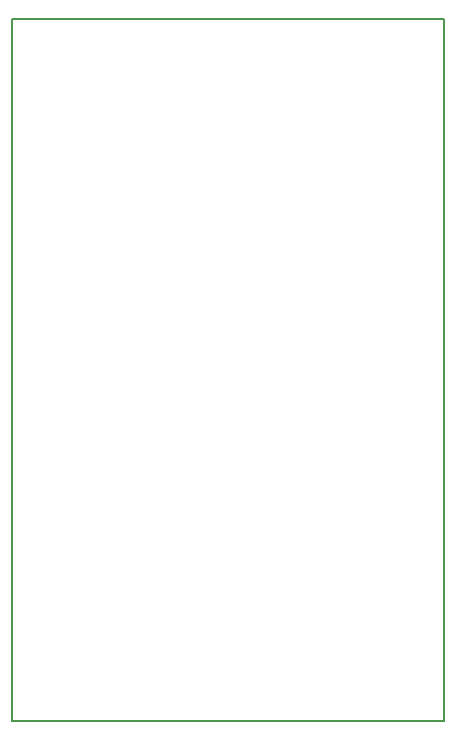
<source format=gm1>
G04 #@! TF.GenerationSoftware,KiCad,Pcbnew,5.1.10-1.fc34*
G04 #@! TF.CreationDate,2021-08-21T17:02:38+03:00*
G04 #@! TF.ProjectId,nmea0183-5V-buffer-board,6e6d6561-3031-4383-932d-35562d627566,rev?*
G04 #@! TF.SameCoordinates,Original*
G04 #@! TF.FileFunction,Profile,NP*
%FSLAX46Y46*%
G04 Gerber Fmt 4.6, Leading zero omitted, Abs format (unit mm)*
G04 Created by KiCad (PCBNEW 5.1.10-1.fc34) date 2021-08-21 17:02:38*
%MOMM*%
%LPD*%
G01*
G04 APERTURE LIST*
G04 #@! TA.AperFunction,Profile*
%ADD10C,0.150000*%
G04 #@! TD*
G04 APERTURE END LIST*
D10*
X127254000Y-135636000D02*
X127254000Y-76200000D01*
X163830000Y-135636000D02*
X127254000Y-135636000D01*
X163830000Y-76200000D02*
X163830000Y-135636000D01*
X127254000Y-76200000D02*
X163830000Y-76200000D01*
M02*

</source>
